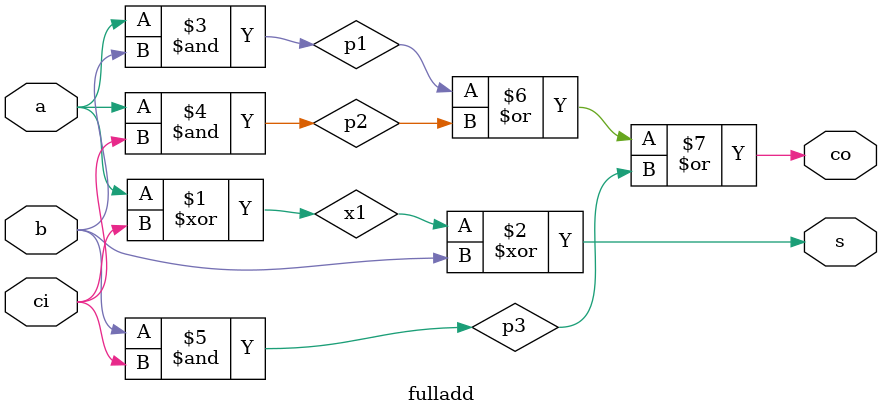
<source format=v>
`timescale 1ns / 1ps
/*
module fulladd(s, co, a, b, ci);
	input a,b, ci;
	output s, co;

	assign s = a ^ b ^ ci;
	assign co = a & b | b & ci | ci & a;

endmodule
*/
 module fulladd(s, co, a, b, ci);
	input a,b, ci;
	output s, co;

	wire x1;
	wire p1, p2, p3;

	xor
		U1a(x1, a, ci),
		U1b(s, x1, b);
		
	and
		U2a(p1, a, b),
		U2b(p2, a, ci),
		U2c(p3, b, ci);
		
	or
		U3a(co, p1, p2, p3);

endmodule


</source>
